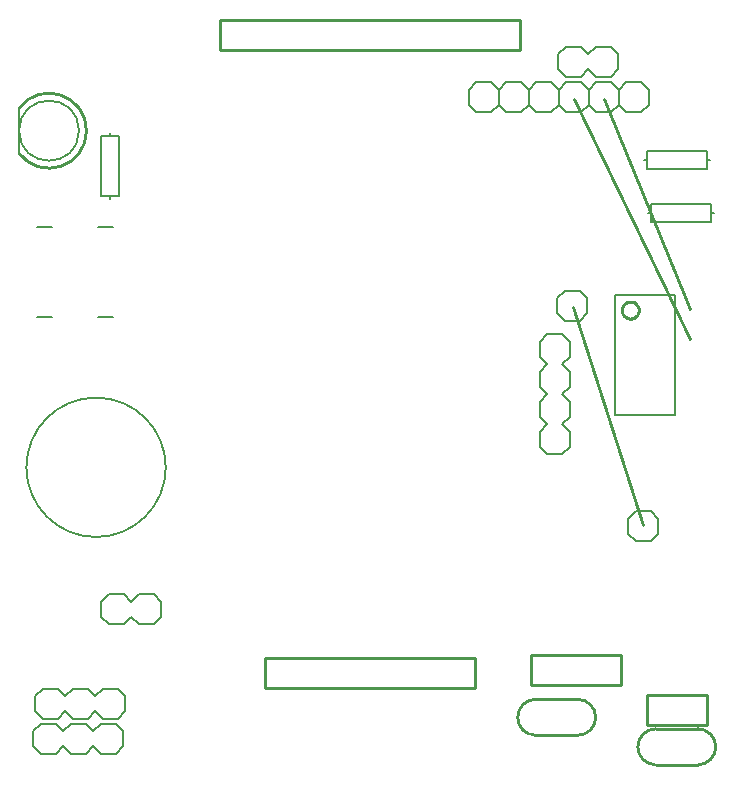
<source format=gbr>
G04 DipTrace 2.4.0.2*
%INTopSilk.gbr*%
%MOMM*%
%ADD10C,0.25*%
%ADD19C,0.203*%
%ADD21C,0.254*%
%ADD23C,0.152*%
%FSLAX53Y53*%
G04*
G71*
G90*
G75*
G01*
%LNTopSilk*%
%LPD*%
X49876Y43284D2*
D10*
X55791Y24882D1*
X52529Y60955D2*
X59758Y43189D1*
X59810Y43060D2*
D3*
X49997Y60958D2*
X59750Y40645D1*
X59810Y40520D2*
D3*
X56890Y4559D2*
X60443D1*
X56890Y7607D2*
X60443D1*
Y4559D2*
G03X60443Y7607I2J1524D01*
G01*
X56890D2*
G03X56890Y4559I-2J-1524D01*
G01*
X46724Y7059D2*
X50276D1*
X46724Y10107D2*
X50276D1*
Y7059D2*
G03X50276Y10107I2J1524D01*
G01*
X46724D2*
G03X46724Y7059I-2J-1524D01*
G01*
X45367Y65063D2*
Y67603D1*
X19967Y65063D2*
X45367D1*
X19967D2*
Y67603D1*
X21872D1*
X45367D1*
X23777Y13603D2*
Y11063D1*
X41557Y13603D2*
X23777D1*
X41557D2*
Y11063D1*
X23777D1*
X56127Y10437D2*
Y7897D1*
X61207Y10437D2*
X56127D1*
X61207D2*
Y7897D1*
X56127D1*
X46357Y11313D2*
Y13853D1*
X53977D1*
Y11313D2*
Y13853D1*
X46357Y11313D2*
X53977D1*
X3600Y29750D2*
D19*
G02X3600Y29750I5900J0D01*
G01*
X58540Y44330D2*
Y34170D1*
Y44330D2*
X54476D1*
X58540Y34170D2*
X53460D1*
Y44330D2*
Y34170D1*
Y44330D2*
X54476D1*
X54984D1*
X54012Y43060D2*
D21*
X54014Y43110D1*
X54019Y43160D1*
X54028Y43209D1*
X54040Y43258D1*
X54055Y43306D1*
X54074Y43352D1*
X54096Y43397D1*
X54121Y43441D1*
X54149Y43482D1*
X54180Y43522D1*
X54214Y43559D1*
X54250Y43594D1*
X54288Y43626D1*
X54329Y43656D1*
X54371Y43682D1*
X54415Y43706D1*
X54461Y43726D1*
X54508Y43743D1*
X54556Y43757D1*
X54605Y43767D1*
X54655Y43774D1*
X54705Y43778D1*
X54755D1*
X54805Y43774D1*
X54855Y43767D1*
X54904Y43757D1*
X54952Y43743D1*
X54999Y43726D1*
X55045Y43706D1*
X55089Y43682D1*
X55132Y43656D1*
X55172Y43626D1*
X55210Y43594D1*
X55246Y43559D1*
X55280Y43522D1*
X55311Y43482D1*
X55339Y43441D1*
X55364Y43397D1*
X55386Y43352D1*
X55405Y43306D1*
X55420Y43258D1*
X55432Y43209D1*
X55441Y43160D1*
X55446Y43110D1*
X55448Y43060D1*
X55446Y43010D1*
X55441Y42960D1*
X55432Y42911D1*
X55420Y42862D1*
X55405Y42814D1*
X55386Y42768D1*
X55364Y42723D1*
X55339Y42679D1*
X55311Y42638D1*
X55280Y42598D1*
X55246Y42561D1*
X55210Y42526D1*
X55172Y42494D1*
X55132Y42464D1*
X55089Y42438D1*
X55045Y42414D1*
X54999Y42394D1*
X54952Y42377D1*
X54904Y42363D1*
X54855Y42353D1*
X54805Y42346D1*
X54755Y42342D1*
X54705D1*
X54655Y42346D1*
X54605Y42353D1*
X54556Y42363D1*
X54508Y42377D1*
X54461Y42394D1*
X54415Y42414D1*
X54371Y42438D1*
X54329Y42464D1*
X54288Y42494D1*
X54250Y42526D1*
X54214Y42561D1*
X54180Y42598D1*
X54149Y42638D1*
X54121Y42679D1*
X54096Y42723D1*
X54074Y42768D1*
X54055Y42814D1*
X54040Y42862D1*
X54028Y42911D1*
X54019Y42960D1*
X54014Y43010D1*
X54012Y43060D1*
X4532Y42440D2*
D19*
X5802D1*
X4532Y50060D2*
X5802D1*
X9698Y42440D2*
X10968D1*
X9698Y50060D2*
X10968D1*
X10595Y19020D2*
X11865D1*
X12500Y18385D1*
Y17115D2*
X11865Y16480D1*
X12500Y18385D2*
X13135Y19020D1*
X14405D1*
X15040Y18385D1*
Y17115D2*
X14405Y16480D1*
X13135D1*
X12500Y17115D1*
X9960Y18385D2*
Y17115D1*
X10595Y19020D2*
X9960Y18385D1*
Y17115D2*
X10595Y16480D1*
X11865D2*
X10595D1*
X15040Y18385D2*
Y17115D1*
X2976Y60155D2*
Y56345D1*
Y60155D2*
D21*
G02X2976Y56345I2540J-1905D01*
G01*
Y58250D2*
D23*
G02X2976Y58250I2540J0D01*
G01*
X9905Y52710D2*
D19*
Y57790D1*
X10667D1*
X11429D1*
Y52710D1*
X10667D1*
X9905D1*
X10667Y57790D2*
Y58044D1*
Y52710D2*
Y52456D1*
X49262Y65353D2*
X50532D1*
X51167Y64718D1*
Y63448D2*
X50532Y62813D1*
X51167Y64718D2*
X51802Y65353D1*
X53072D1*
X53707Y64718D1*
Y63448D2*
X53072Y62813D1*
X51802D1*
X51167Y63448D1*
X48627Y64718D2*
Y63448D1*
X49262Y65353D2*
X48627Y64718D1*
Y63448D2*
X49262Y62813D1*
X50532D2*
X49262D1*
X53707Y64718D2*
Y63448D1*
X49302Y62353D2*
D23*
X50572D1*
X51207Y61718D1*
Y60448D1*
X50572Y59813D1*
X51207Y61718D2*
X51841Y62353D1*
X53112D1*
X53746Y61718D1*
Y60448D1*
X53112Y59813D1*
X51841D1*
X51207Y60448D1*
X46126Y61718D2*
X46762Y62353D1*
X48031D1*
X48667Y61718D1*
Y60448D1*
X48031Y59813D1*
X46762D1*
X46126Y60448D1*
X49302Y62353D2*
X48667Y61718D1*
Y60448D2*
X49302Y59813D1*
X50572D2*
X49302D1*
X41682Y62353D2*
X42952D1*
X43587Y61718D1*
Y60448D1*
X42952Y59813D1*
X43587Y61718D2*
X44221Y62353D1*
X45492D1*
X46126Y61718D1*
Y60448D1*
X45492Y59813D1*
X44221D1*
X43587Y60448D1*
X41047Y61718D2*
Y60448D1*
X41682Y62353D2*
X41047Y61718D1*
Y60448D2*
X41682Y59813D1*
X42952D2*
X41682D1*
X54382Y62353D2*
X55651D1*
X56287Y61718D1*
Y60448D1*
X55651Y59813D1*
X54382Y62353D2*
X53746Y61718D1*
Y60448D2*
X54382Y59813D1*
X55651D2*
X54382D1*
X47063Y39092D2*
D19*
Y40362D1*
X47698Y40997D1*
X48968D2*
X49603Y40362D1*
X47698Y35917D2*
X47063Y36552D1*
Y37822D1*
X47698Y38457D1*
X48968D2*
X49603Y37822D1*
Y36552D1*
X48968Y35917D1*
X47063Y39092D2*
X47698Y38457D1*
X48968D2*
X49603Y39092D1*
Y40362D2*
Y39092D1*
X47063Y31472D2*
Y32742D1*
X47698Y33377D1*
X48968D2*
X49603Y32742D1*
X47698Y33377D2*
X47063Y34012D1*
Y35282D1*
X47698Y35917D1*
X48968D2*
X49603Y35282D1*
Y34012D1*
X48968Y33377D1*
X47698Y30837D2*
X48968D1*
X47063Y31472D2*
X47698Y30837D1*
X48968D2*
X49603Y31472D1*
Y32742D2*
Y31472D1*
X47698Y40997D2*
X48968D1*
X61540Y50488D2*
X56460D1*
Y51250D1*
Y52012D1*
X61540D1*
Y51250D1*
Y50488D1*
X56460Y51250D2*
X56206D1*
X61540D2*
X61794D1*
X61207Y54988D2*
X56126D1*
Y55750D1*
Y56512D1*
X61207D1*
Y55750D1*
Y54988D1*
X56126Y55750D2*
X55873D1*
X61207D2*
X61460D1*
X51103Y44052D2*
X50468Y44687D1*
X49198D1*
X48563Y44052D1*
Y42782D1*
X49198Y42147D1*
X50468D1*
X51103Y42782D1*
Y44052D1*
X57103Y25385D2*
X56468Y26020D1*
X55198D1*
X54563Y25385D1*
Y24115D1*
X55198Y23480D1*
X56468D1*
X57103Y24115D1*
Y25385D1*
X6896Y9115D2*
X6262Y8480D1*
X4991D1*
X4357Y9115D1*
Y10385D2*
X4991Y11020D1*
X6262D1*
X6896Y10385D1*
X11342Y8480D2*
X10072D1*
X9437Y9115D1*
Y10385D2*
X10072Y11020D1*
X9437Y9115D2*
X8801Y8480D1*
X7532D1*
X6896Y9115D1*
Y10385D2*
X7532Y11020D1*
X8801D1*
X9437Y10385D1*
X11977Y9115D2*
Y10385D1*
X11342Y8480D2*
X11977Y9115D1*
Y10385D2*
X11342Y11020D1*
X10072D2*
X11342D1*
X4357Y9115D2*
Y10385D1*
X6730Y6115D2*
X6095Y5480D1*
X4825D1*
X4190Y6115D1*
Y7385D2*
X4825Y8020D1*
X6095D1*
X6730Y7385D1*
X11175Y5480D2*
X9905D1*
X9270Y6115D1*
Y7385D2*
X9905Y8020D1*
X9270Y6115D2*
X8635Y5480D1*
X7365D1*
X6730Y6115D1*
Y7385D2*
X7365Y8020D1*
X8635D1*
X9270Y7385D1*
X11810Y6115D2*
Y7385D1*
X11175Y5480D2*
X11810Y6115D1*
Y7385D2*
X11175Y8020D1*
X9905D2*
X11175D1*
X4190Y6115D2*
Y7385D1*
M02*

</source>
